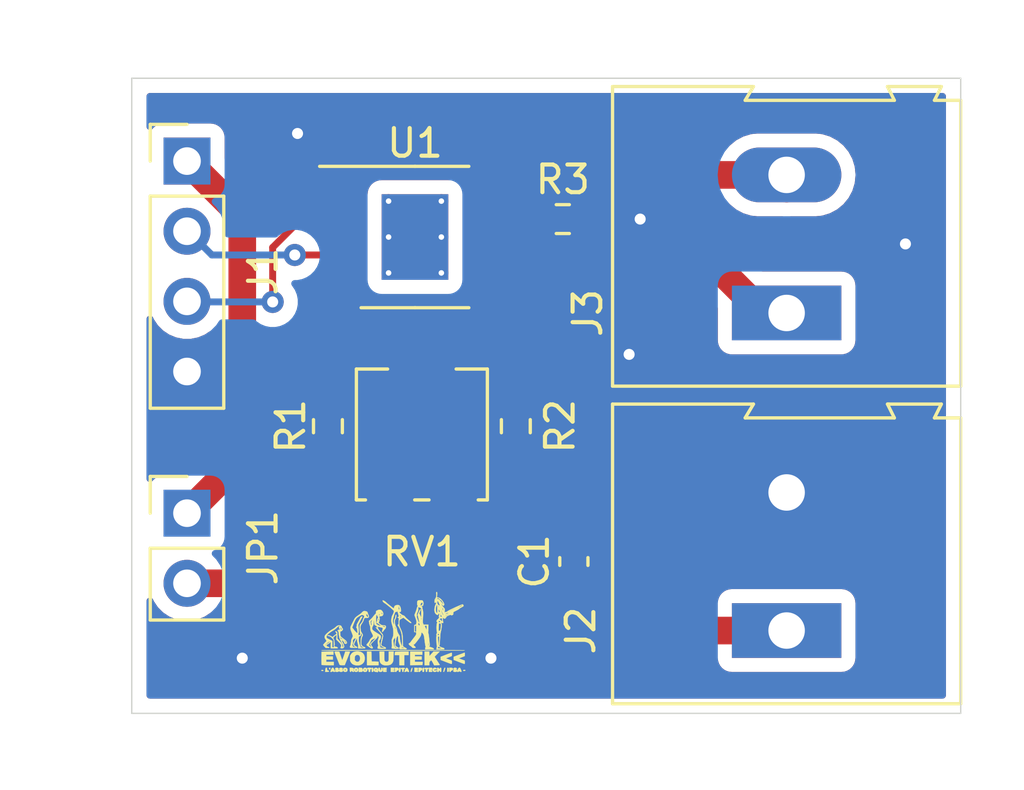
<source format=kicad_pcb>
(kicad_pcb (version 20171130) (host pcbnew "(5.1.10)-1")
  (layers (0 F.Cu signal) (31 B.Cu signal) (34 B.Paste user) (35 F.Paste user) (36 B.SilkS user) (37 F.SilkS user) (38 B.Mask user) (39 F.Mask user) (44 Edge.Cuts user))
  (net 0 "")
  (net 1 VCC)
  (net 2 GND)
  (net 3 +5V)
  (net 4 /PWM1)
  (net 5 /PWM1N)
  (net 6 /OUT1)
  (net 7 /OUT2)
  (net 8 "Net-(R1-Pad2)")
  (net 9 "Net-(R2-Pad1)")
  (net 10 "Net-(R3-Pad1)")
  (net 11 "Net-(RV1-Pad2)")
  (module ComponentsEvo:logo-evo-micro (layer F.Cu) (at 99.5 46)
    (fp_text reference G*** hide)
    (fp_text value LOGO hide)
  )
  (module Capacitor_SMD:C_0603_1608Metric (layer F.Cu) (at 106 43.5 90)
    (fp_text reference C1 (at 0 -1.43 90) (layer F.SilkS))
    (fp_text value 4.7uF)
    (pad 1 smd roundrect (at -0.775 0 90) (size 0.9 0.95) (layers F.Cu F.Paste F.Mask) (net 1 VCC))
    (pad 2 smd roundrect (at 0.775 0 90) (size 0.9 0.95) (layers F.Cu F.Paste F.Mask) (net 2 GND))
  )
  (module Connector_PinHeader_2.54mm:PinHeader_1x04_P2.54mm_Vertical (layer F.Cu) (at 92 29)
    (fp_text reference J1 (at 2.75 4 90) (layer F.SilkS))
    (fp_text value Conn_01x04_Male)
    (pad 1 thru_hole rect (at 0 0) (size 1.7 1.7) (drill 1) (layers *.Cu *.Mask) (net 3 +5V))
    (pad 2 thru_hole oval (at 0 2.54) (size 1.7 1.7) (drill 1) (layers *.Cu *.Mask) (net 4 /PWM1))
    (pad 3 thru_hole oval (at 0 5.08) (size 1.7 1.7) (drill 1) (layers *.Cu *.Mask) (net 5 /PWM1N))
    (pad 4 thru_hole oval (at 0 7.62) (size 1.7 1.7) (drill 1) (layers *.Cu *.Mask) (net 2 GND))
  )
  (module TerminalBlock:TerminalBlock_Altech_AK300-2_P5.00mm (layer F.Cu) (at 113.7 46 90)
    (fp_text reference J2 (at 0 -7.45 90) (layer F.SilkS))
    (fp_text value Screw_Terminal_01x02)
    (pad 2 thru_hole oval (at 5 0 90) (size 1.98 3.96) (drill 1.32) (layers *.Cu *.Mask) (net 2 GND))
    (pad 1 thru_hole rect (at 0 0 90) (size 1.98 3.96) (drill 1.32) (layers *.Cu *.Mask) (net 1 VCC))
  )
  (module TerminalBlock:TerminalBlock_Altech_AK300-2_P5.00mm (layer F.Cu) (at 113.7 34.5 90)
    (fp_text reference J3 (at 0 -7.2 90) (layer F.SilkS))
    (fp_text value Screw_Terminal_01x02)
    (pad 1 thru_hole rect (at 0 0 90) (size 1.98 3.96) (drill 1.32) (layers *.Cu *.Mask) (net 6 /OUT1))
    (pad 2 thru_hole oval (at 5 0 90) (size 1.98 3.96) (drill 1.32) (layers *.Cu *.Mask) (net 7 /OUT2))
  )
  (module Connector_PinHeader_2.54mm:PinHeader_1x02_P2.54mm_Vertical (layer F.Cu) (at 92 41.75)
    (fp_text reference JP1 (at 2.75 1.25 90) (layer F.SilkS))
    (fp_text value Jumper_NO_Small)
    (pad 1 thru_hole rect (at 0 0) (size 1.7 1.7) (drill 1) (layers *.Cu *.Mask) (net 3 +5V))
    (pad 2 thru_hole oval (at 0 2.54) (size 1.7 1.7) (drill 1) (layers *.Cu *.Mask) (net 1 VCC))
  )
  (module Resistor_SMD:R_0603_1608Metric (layer F.Cu) (at 97.1 38.6 270)
    (fp_text reference R1 (at 0 1.35 90) (layer F.SilkS))
    (fp_text value 50)
    (pad 1 smd roundrect (at -0.825 0 270) (size 0.8 0.95) (layers F.Cu F.Paste F.Mask) (net 3 +5V))
    (pad 2 smd roundrect (at 0.825 0 270) (size 0.8 0.95) (layers F.Cu F.Paste F.Mask) (net 8 "Net-(R1-Pad2)"))
  )
  (module Resistor_SMD:R_0603_1608Metric (layer F.Cu) (at 103.9 38.6 90)
    (fp_text reference R2 (at 0 1.6 90) (layer F.SilkS))
    (fp_text value 22)
    (pad 2 smd roundrect (at 0.825 0 90) (size 0.8 0.95) (layers F.Cu F.Paste F.Mask) (net 2 GND))
    (pad 1 smd roundrect (at -0.825 0 90) (size 0.8 0.95) (layers F.Cu F.Paste F.Mask) (net 9 "Net-(R2-Pad1)"))
  )
  (module Resistor_SMD:R_0603_1608Metric (layer F.Cu) (at 105.6 31.1)
    (fp_text reference R3 (at 0 -1.43) (layer F.SilkS))
    (fp_text value 0.1)
    (pad 1 smd roundrect (at -0.825 0) (size 0.8 0.95) (layers F.Cu F.Paste F.Mask) (net 10 "Net-(R3-Pad1)"))
    (pad 2 smd roundrect (at 0.825 0) (size 0.8 0.95) (layers F.Cu F.Paste F.Mask) (net 2 GND))
  )
  (module Potentiometer_SMD:Potentiometer_Bourns_3314J_Vertical (layer F.Cu) (at 100.5 38.9 180)
    (fp_text reference RV1 (at 0 -4.25) (layer F.SilkS))
    (fp_text value 100)
    (pad 1 smd rect (at 1.15 -2 180) (size 1.3 2) (layers F.Cu F.Paste F.Mask) (net 8 "Net-(R1-Pad2)"))
    (pad 2 smd rect (at 0 2 180) (size 2 2) (layers F.Cu F.Paste F.Mask) (net 11 "Net-(RV1-Pad2)"))
    (pad 3 smd rect (at -1.15 -2 180) (size 1.3 2) (layers F.Cu F.Paste F.Mask) (net 9 "Net-(R2-Pad1)"))
  )
  (module Package_SO:HSOP-8-1EP_3.9x4.9mm_P1.27mm_EP2.41x3.1mm_ThermalVias (layer F.Cu) (at 100.25 31.75)
    (fp_text reference U1 (at 0 -3.4) (layer F.SilkS))
    (fp_text value TB67H451FNG)
    (pad 1 smd roundrect (at -2.65 -1.905) (size 1.6 0.6) (layers F.Cu F.Paste F.Mask) (net 2 GND))
    (pad 2 smd roundrect (at -2.65 -0.635) (size 1.6 0.6) (layers F.Cu F.Paste F.Mask) (net 5 /PWM1N))
    (pad 3 smd roundrect (at -2.65 0.635) (size 1.6 0.6) (layers F.Cu F.Paste F.Mask) (net 4 /PWM1))
    (pad 4 smd roundrect (at -2.65 1.905) (size 1.6 0.6) (layers F.Cu F.Paste F.Mask) (net 11 "Net-(RV1-Pad2)"))
    (pad 5 smd roundrect (at 2.65 1.905) (size 1.6 0.6) (layers F.Cu F.Paste F.Mask) (net 1 VCC))
    (pad 6 smd roundrect (at 2.65 0.635) (size 1.6 0.6) (layers F.Cu F.Paste F.Mask) (net 6 /OUT1))
    (pad 7 smd roundrect (at 2.65 -0.635) (size 1.6 0.6) (layers F.Cu F.Paste F.Mask) (net 10 "Net-(R3-Pad1)"))
    (pad 8 smd roundrect (at 2.65 -1.905) (size 1.6 0.6) (layers F.Cu F.Paste F.Mask) (net 7 /OUT2))
    (pad 9 smd rect (at 0 0) (size 2.41 3.1) (layers F.Cu F.Mask))
    (pad 9 thru_hole circle (at -0.955 -1.3) (size 0.5 0.5) (drill 0.2) (layers *.Cu))
    (pad 9 thru_hole circle (at 0.955 -1.3) (size 0.5 0.5) (drill 0.2) (layers *.Cu))
    (pad 9 thru_hole circle (at -0.955 0) (size 0.5 0.5) (drill 0.2) (layers *.Cu))
    (pad 9 thru_hole circle (at 0.955 0) (size 0.5 0.5) (drill 0.2) (layers *.Cu))
    (pad 9 thru_hole circle (at -0.955 1.3) (size 0.5 0.5) (drill 0.2) (layers *.Cu))
    (pad 9 thru_hole circle (at 0.955 1.3) (size 0.5 0.5) (drill 0.2) (layers *.Cu))
    (pad 9 smd rect (at 0 0) (size 2.41 3.1) (layers B.Cu))
  )
  (gr_line (start 90 49) (end 90 26) (layer Edge.Cuts) (width 0.05))
  (gr_line (start 120 49) (end 90 49) (layer Edge.Cuts) (width 0.05))
  (gr_line (start 120 26) (end 120 49) (layer Edge.Cuts) (width 0.05))
  (gr_line (start 90 26) (end 120 26) (layer Edge.Cuts) (width 0.05))
  (segment (start 107.725 46) (end 106 44.275) (width 1) (layer F.Cu) (net 1))
  (segment (start 113.7 46) (end 107.725 46) (width 1) (layer F.Cu) (net 1))
  (segment (start 105.985 44.29) (end 106 44.275) (width 1) (layer F.Cu) (net 1))
  (segment (start 100.325001 44.254999) (end 100.29 44.29) (width 0.25) (layer F.Cu) (net 1))
  (segment (start 100.325001 39.989997) (end 100.325001 44.254999) (width 0.25) (layer F.Cu) (net 1))
  (segment (start 102.9 37.414998) (end 100.325001 39.989997) (width 0.25) (layer F.Cu) (net 1))
  (segment (start 102.9 33.655) (end 102.9 37.414998) (width 0.25) (layer F.Cu) (net 1))
  (segment (start 100.29 44.29) (end 105.985 44.29) (width 1) (layer F.Cu) (net 1))
  (segment (start 92 44.29) (end 100.29 44.29) (width 1) (layer F.Cu) (net 1))
  (via (at 108.4 31.1) (size 0.8) (drill 0.4) (layers F.Cu B.Cu) (net 2))
  (segment (start 106.425 31.1) (end 108.4 31.1) (width 0.25) (layer F.Cu) (net 2))
  (via (at 96 28) (size 0.8) (drill 0.4) (layers F.Cu B.Cu) (net 2))
  (via (at 118 32) (size 0.8) (drill 0.4) (layers F.Cu B.Cu) (net 2))
  (via (at 108 36) (size 0.8) (drill 0.4) (layers F.Cu B.Cu) (net 2))
  (via (at 94 47) (size 0.8) (drill 0.4) (layers F.Cu B.Cu) (net 2))
  (via (at 103 47) (size 0.8) (drill 0.4) (layers F.Cu B.Cu) (net 2))
  (segment (start 92 29) (end 94 31) (width 1) (layer F.Cu) (net 3))
  (segment (start 92 41.75) (end 94 39.75) (width 1) (layer F.Cu) (net 3))
  (segment (start 94 36) (end 94 31) (width 1) (layer F.Cu) (net 3))
  (segment (start 94 39.75) (end 94 36) (width 1) (layer F.Cu) (net 3))
  (segment (start 94 37) (end 94 36) (width 0.25) (layer F.Cu) (net 3))
  (segment (start 97.1 37.775) (end 96.325 37) (width 0.25) (layer F.Cu) (net 3))
  (segment (start 96.325 37) (end 94 37) (width 0.25) (layer F.Cu) (net 3))
  (via (at 95.9 32.4) (size 0.8) (drill 0.4) (layers F.Cu B.Cu) (net 4))
  (segment (start 92 31.54) (end 92.04 31.54) (width 0.25) (layer B.Cu) (net 4))
  (segment (start 92.9 32.4) (end 95.9 32.4) (width 0.25) (layer B.Cu) (net 4))
  (segment (start 97.585 32.4) (end 97.6 32.385) (width 0.25) (layer F.Cu) (net 4))
  (segment (start 92.04 31.54) (end 92.9 32.4) (width 0.25) (layer B.Cu) (net 4))
  (segment (start 95.9 32.4) (end 97.585 32.4) (width 0.25) (layer F.Cu) (net 4))
  (via (at 95.1 34.1) (size 0.8) (drill 0.4) (layers F.Cu B.Cu) (net 5))
  (segment (start 95.1 32.126998) (end 95.1 34.1) (width 0.25) (layer F.Cu) (net 5))
  (segment (start 95.1 34.1) (end 92.02 34.1) (width 0.25) (layer B.Cu) (net 5))
  (segment (start 97.6 31.115) (end 96.111998 31.115) (width 0.25) (layer F.Cu) (net 5))
  (segment (start 96.111998 31.115) (end 95.1 32.126998) (width 0.25) (layer F.Cu) (net 5))
  (segment (start 92.02 34.1) (end 92 34.08) (width 0.25) (layer B.Cu) (net 5))
  (segment (start 112.85 34.5) (end 113.7 34.5) (width 1) (layer F.Cu) (net 6))
  (segment (start 110.735 32.385) (end 112.85 34.5) (width 1) (layer F.Cu) (net 6))
  (segment (start 102.9 32.385) (end 110.735 32.385) (width 1) (layer F.Cu) (net 6))
  (segment (start 113.545 29.845) (end 113.7 30) (width 1) (layer F.Cu) (net 7))
  (segment (start 106.5 29.5) (end 113.7 29.5) (width 1) (layer F.Cu) (net 7))
  (segment (start 106.155 29.845) (end 106.5 29.5) (width 1) (layer F.Cu) (net 7))
  (segment (start 102.9 29.845) (end 106.155 29.845) (width 1) (layer F.Cu) (net 7))
  (segment (start 98.575 40.9) (end 97.1 39.425) (width 0.25) (layer F.Cu) (net 8))
  (segment (start 99.35 40.9) (end 98.575 40.9) (width 0.25) (layer F.Cu) (net 8))
  (segment (start 102.425 40.9) (end 103.9 39.425) (width 0.25) (layer F.Cu) (net 9))
  (segment (start 101.65 40.9) (end 102.425 40.9) (width 0.25) (layer F.Cu) (net 9))
  (segment (start 104.76 31.115) (end 104.775 31.1) (width 0.25) (layer F.Cu) (net 10))
  (segment (start 102.9 31.115) (end 104.76 31.115) (width 0.25) (layer F.Cu) (net 10))
  (segment (start 97.6 35.65) (end 97.6 33.655) (width 0.25) (layer F.Cu) (net 11))
  (segment (start 98.85 36.9) (end 97.6 35.65) (width 0.25) (layer F.Cu) (net 11))
  (segment (start 100.5 36.9) (end 98.85 36.9) (width 0.25) (layer F.Cu) (net 11))
  (zone (net 2) (net_name GND) (layer F.Cu) (connect_pads yes (clearance 0.508)) (min_thickness 0.254) (fill yes (arc_segments 32) (thermal_gap 0.508) (thermal_bridge_width 0.508) (smoothing fillet) (radius 1))
    (polygon (pts (xy 120 49) (xy 90 49) (xy 90 26) (xy 120 26)))
  )
  (zone (net 2) (net_name GND) (layer B.Cu) (connect_pads yes (clearance 0.508)) (min_thickness 0.254) (fill yes (arc_segments 32) (thermal_gap 0.508) (thermal_bridge_width 0.508) (smoothing fillet) (radius 1))
    (polygon (pts (xy 120 49) (xy 90 49) (xy 90 26) (xy 120 26)))
  )
)
</source>
